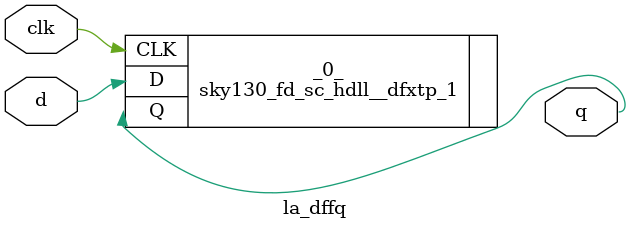
<source format=v>

/* Generated by Yosys 0.37 (git sha1 a5c7f69ed, clang 14.0.0-1ubuntu1.1 -fPIC -Os) */

module la_dffq(d, clk, q);
  input clk;
  wire clk;
  input d;
  wire d;
  output q;
  wire q;
  sky130_fd_sc_hdll__dfxtp_1 _0_ (
    .CLK(clk),
    .D(d),
    .Q(q)
  );
endmodule

</source>
